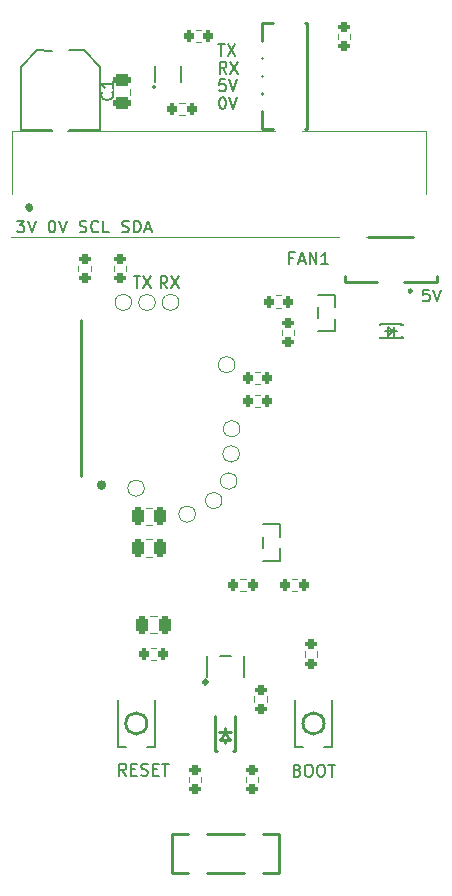
<source format=gbr>
%TF.GenerationSoftware,KiCad,Pcbnew,8.0.8*%
%TF.CreationDate,2025-03-31T21:39:45-04:00*%
%TF.ProjectId,vindriktrning-esp32-s3,76696e64-7269-46b7-9472-6e696e672d65,rev?*%
%TF.SameCoordinates,Original*%
%TF.FileFunction,Legend,Top*%
%TF.FilePolarity,Positive*%
%FSLAX46Y46*%
G04 Gerber Fmt 4.6, Leading zero omitted, Abs format (unit mm)*
G04 Created by KiCad (PCBNEW 8.0.8) date 2025-03-31 21:39:45*
%MOMM*%
%LPD*%
G01*
G04 APERTURE LIST*
G04 Aperture macros list*
%AMRoundRect*
0 Rectangle with rounded corners*
0 $1 Rounding radius*
0 $2 $3 $4 $5 $6 $7 $8 $9 X,Y pos of 4 corners*
0 Add a 4 corners polygon primitive as box body*
4,1,4,$2,$3,$4,$5,$6,$7,$8,$9,$2,$3,0*
0 Add four circle primitives for the rounded corners*
1,1,$1+$1,$2,$3*
1,1,$1+$1,$4,$5*
1,1,$1+$1,$6,$7*
1,1,$1+$1,$8,$9*
0 Add four rect primitives between the rounded corners*
20,1,$1+$1,$2,$3,$4,$5,0*
20,1,$1+$1,$4,$5,$6,$7,0*
20,1,$1+$1,$6,$7,$8,$9,0*
20,1,$1+$1,$8,$9,$2,$3,0*%
G04 Aperture macros list end*
%ADD10C,0.150000*%
%ADD11C,0.120000*%
%ADD12C,0.250000*%
%ADD13C,0.100000*%
%ADD14C,0.600000*%
%ADD15C,0.300000*%
%ADD16C,0.200000*%
%ADD17C,0.400000*%
%ADD18C,1.000000*%
%ADD19R,1.360000X1.230000*%
%ADD20C,1.500000*%
%ADD21RoundRect,0.250000X-0.250000X-0.475000X0.250000X-0.475000X0.250000X0.475000X-0.250000X0.475000X0*%
%ADD22R,3.250000X1.000000*%
%ADD23R,2.300000X1.500000*%
%ADD24RoundRect,0.200000X-0.275000X0.200000X-0.275000X-0.200000X0.275000X-0.200000X0.275000X0.200000X0*%
%ADD25R,0.530000X1.050000*%
%ADD26RoundRect,0.200000X0.275000X-0.200000X0.275000X0.200000X-0.275000X0.200000X-0.275000X-0.200000X0*%
%ADD27RoundRect,0.200000X0.200000X0.275000X-0.200000X0.275000X-0.200000X-0.275000X0.200000X-0.275000X0*%
%ADD28C,2.200000*%
%ADD29R,1.250000X0.700000*%
%ADD30RoundRect,0.200000X-0.200000X-0.275000X0.200000X-0.275000X0.200000X0.275000X-0.200000X0.275000X0*%
%ADD31R,0.420000X0.600000*%
%ADD32R,0.950000X1.200000*%
%ADD33RoundRect,0.250000X-0.475000X0.250000X-0.475000X-0.250000X0.475000X-0.250000X0.475000X0.250000X0*%
%ADD34R,0.520000X1.600000*%
%ADD35R,2.200000X3.100000*%
%ADD36R,0.350000X0.900000*%
%ADD37R,0.300000X0.900000*%
%ADD38C,1.200000*%
%ADD39C,0.650000*%
%ADD40R,0.830000X0.630000*%
%ADD41R,1.200000X3.500000*%
%ADD42R,0.400000X0.800000*%
%ADD43R,0.800000X0.400000*%
%ADD44R,1.450000X1.450000*%
%ADD45R,0.700000X0.700000*%
G04 APERTURE END LIST*
D10*
X84716541Y-96419819D02*
X85335588Y-96419819D01*
X85335588Y-96419819D02*
X85002255Y-96800771D01*
X85002255Y-96800771D02*
X85145112Y-96800771D01*
X85145112Y-96800771D02*
X85240350Y-96848390D01*
X85240350Y-96848390D02*
X85287969Y-96896009D01*
X85287969Y-96896009D02*
X85335588Y-96991247D01*
X85335588Y-96991247D02*
X85335588Y-97229342D01*
X85335588Y-97229342D02*
X85287969Y-97324580D01*
X85287969Y-97324580D02*
X85240350Y-97372200D01*
X85240350Y-97372200D02*
X85145112Y-97419819D01*
X85145112Y-97419819D02*
X84859398Y-97419819D01*
X84859398Y-97419819D02*
X84764160Y-97372200D01*
X84764160Y-97372200D02*
X84716541Y-97324580D01*
X85621303Y-96419819D02*
X85954636Y-97419819D01*
X85954636Y-97419819D02*
X86287969Y-96419819D01*
X93614160Y-97372200D02*
X93757017Y-97419819D01*
X93757017Y-97419819D02*
X93995112Y-97419819D01*
X93995112Y-97419819D02*
X94090350Y-97372200D01*
X94090350Y-97372200D02*
X94137969Y-97324580D01*
X94137969Y-97324580D02*
X94185588Y-97229342D01*
X94185588Y-97229342D02*
X94185588Y-97134104D01*
X94185588Y-97134104D02*
X94137969Y-97038866D01*
X94137969Y-97038866D02*
X94090350Y-96991247D01*
X94090350Y-96991247D02*
X93995112Y-96943628D01*
X93995112Y-96943628D02*
X93804636Y-96896009D01*
X93804636Y-96896009D02*
X93709398Y-96848390D01*
X93709398Y-96848390D02*
X93661779Y-96800771D01*
X93661779Y-96800771D02*
X93614160Y-96705533D01*
X93614160Y-96705533D02*
X93614160Y-96610295D01*
X93614160Y-96610295D02*
X93661779Y-96515057D01*
X93661779Y-96515057D02*
X93709398Y-96467438D01*
X93709398Y-96467438D02*
X93804636Y-96419819D01*
X93804636Y-96419819D02*
X94042731Y-96419819D01*
X94042731Y-96419819D02*
X94185588Y-96467438D01*
X94614160Y-97419819D02*
X94614160Y-96419819D01*
X94614160Y-96419819D02*
X94852255Y-96419819D01*
X94852255Y-96419819D02*
X94995112Y-96467438D01*
X94995112Y-96467438D02*
X95090350Y-96562676D01*
X95090350Y-96562676D02*
X95137969Y-96657914D01*
X95137969Y-96657914D02*
X95185588Y-96848390D01*
X95185588Y-96848390D02*
X95185588Y-96991247D01*
X95185588Y-96991247D02*
X95137969Y-97181723D01*
X95137969Y-97181723D02*
X95090350Y-97276961D01*
X95090350Y-97276961D02*
X94995112Y-97372200D01*
X94995112Y-97372200D02*
X94852255Y-97419819D01*
X94852255Y-97419819D02*
X94614160Y-97419819D01*
X95566541Y-97134104D02*
X96042731Y-97134104D01*
X95471303Y-97419819D02*
X95804636Y-96419819D01*
X95804636Y-96419819D02*
X96137969Y-97419819D01*
X90029238Y-97372200D02*
X90172095Y-97419819D01*
X90172095Y-97419819D02*
X90410190Y-97419819D01*
X90410190Y-97419819D02*
X90505428Y-97372200D01*
X90505428Y-97372200D02*
X90553047Y-97324580D01*
X90553047Y-97324580D02*
X90600666Y-97229342D01*
X90600666Y-97229342D02*
X90600666Y-97134104D01*
X90600666Y-97134104D02*
X90553047Y-97038866D01*
X90553047Y-97038866D02*
X90505428Y-96991247D01*
X90505428Y-96991247D02*
X90410190Y-96943628D01*
X90410190Y-96943628D02*
X90219714Y-96896009D01*
X90219714Y-96896009D02*
X90124476Y-96848390D01*
X90124476Y-96848390D02*
X90076857Y-96800771D01*
X90076857Y-96800771D02*
X90029238Y-96705533D01*
X90029238Y-96705533D02*
X90029238Y-96610295D01*
X90029238Y-96610295D02*
X90076857Y-96515057D01*
X90076857Y-96515057D02*
X90124476Y-96467438D01*
X90124476Y-96467438D02*
X90219714Y-96419819D01*
X90219714Y-96419819D02*
X90457809Y-96419819D01*
X90457809Y-96419819D02*
X90600666Y-96467438D01*
X91600666Y-97324580D02*
X91553047Y-97372200D01*
X91553047Y-97372200D02*
X91410190Y-97419819D01*
X91410190Y-97419819D02*
X91314952Y-97419819D01*
X91314952Y-97419819D02*
X91172095Y-97372200D01*
X91172095Y-97372200D02*
X91076857Y-97276961D01*
X91076857Y-97276961D02*
X91029238Y-97181723D01*
X91029238Y-97181723D02*
X90981619Y-96991247D01*
X90981619Y-96991247D02*
X90981619Y-96848390D01*
X90981619Y-96848390D02*
X91029238Y-96657914D01*
X91029238Y-96657914D02*
X91076857Y-96562676D01*
X91076857Y-96562676D02*
X91172095Y-96467438D01*
X91172095Y-96467438D02*
X91314952Y-96419819D01*
X91314952Y-96419819D02*
X91410190Y-96419819D01*
X91410190Y-96419819D02*
X91553047Y-96467438D01*
X91553047Y-96467438D02*
X91600666Y-96515057D01*
X92505428Y-97419819D02*
X92029238Y-97419819D01*
X92029238Y-97419819D02*
X92029238Y-96419819D01*
X87634794Y-96419819D02*
X87730032Y-96419819D01*
X87730032Y-96419819D02*
X87825270Y-96467438D01*
X87825270Y-96467438D02*
X87872889Y-96515057D01*
X87872889Y-96515057D02*
X87920508Y-96610295D01*
X87920508Y-96610295D02*
X87968127Y-96800771D01*
X87968127Y-96800771D02*
X87968127Y-97038866D01*
X87968127Y-97038866D02*
X87920508Y-97229342D01*
X87920508Y-97229342D02*
X87872889Y-97324580D01*
X87872889Y-97324580D02*
X87825270Y-97372200D01*
X87825270Y-97372200D02*
X87730032Y-97419819D01*
X87730032Y-97419819D02*
X87634794Y-97419819D01*
X87634794Y-97419819D02*
X87539556Y-97372200D01*
X87539556Y-97372200D02*
X87491937Y-97324580D01*
X87491937Y-97324580D02*
X87444318Y-97229342D01*
X87444318Y-97229342D02*
X87396699Y-97038866D01*
X87396699Y-97038866D02*
X87396699Y-96800771D01*
X87396699Y-96800771D02*
X87444318Y-96610295D01*
X87444318Y-96610295D02*
X87491937Y-96515057D01*
X87491937Y-96515057D02*
X87539556Y-96467438D01*
X87539556Y-96467438D02*
X87634794Y-96419819D01*
X88253842Y-96419819D02*
X88587175Y-97419819D01*
X88587175Y-97419819D02*
X88920508Y-96419819D01*
X101743922Y-81469819D02*
X102315350Y-81469819D01*
X102029636Y-82469819D02*
X102029636Y-81469819D01*
X102553446Y-81469819D02*
X103220112Y-82469819D01*
X103220112Y-81469819D02*
X102553446Y-82469819D01*
X102077255Y-85969819D02*
X102172493Y-85969819D01*
X102172493Y-85969819D02*
X102267731Y-86017438D01*
X102267731Y-86017438D02*
X102315350Y-86065057D01*
X102315350Y-86065057D02*
X102362969Y-86160295D01*
X102362969Y-86160295D02*
X102410588Y-86350771D01*
X102410588Y-86350771D02*
X102410588Y-86588866D01*
X102410588Y-86588866D02*
X102362969Y-86779342D01*
X102362969Y-86779342D02*
X102315350Y-86874580D01*
X102315350Y-86874580D02*
X102267731Y-86922200D01*
X102267731Y-86922200D02*
X102172493Y-86969819D01*
X102172493Y-86969819D02*
X102077255Y-86969819D01*
X102077255Y-86969819D02*
X101982017Y-86922200D01*
X101982017Y-86922200D02*
X101934398Y-86874580D01*
X101934398Y-86874580D02*
X101886779Y-86779342D01*
X101886779Y-86779342D02*
X101839160Y-86588866D01*
X101839160Y-86588866D02*
X101839160Y-86350771D01*
X101839160Y-86350771D02*
X101886779Y-86160295D01*
X101886779Y-86160295D02*
X101934398Y-86065057D01*
X101934398Y-86065057D02*
X101982017Y-86017438D01*
X101982017Y-86017438D02*
X102077255Y-85969819D01*
X102696303Y-85969819D02*
X103029636Y-86969819D01*
X103029636Y-86969819D02*
X103362969Y-85969819D01*
X102458207Y-83969819D02*
X102124874Y-83493628D01*
X101886779Y-83969819D02*
X101886779Y-82969819D01*
X101886779Y-82969819D02*
X102267731Y-82969819D01*
X102267731Y-82969819D02*
X102362969Y-83017438D01*
X102362969Y-83017438D02*
X102410588Y-83065057D01*
X102410588Y-83065057D02*
X102458207Y-83160295D01*
X102458207Y-83160295D02*
X102458207Y-83303152D01*
X102458207Y-83303152D02*
X102410588Y-83398390D01*
X102410588Y-83398390D02*
X102362969Y-83446009D01*
X102362969Y-83446009D02*
X102267731Y-83493628D01*
X102267731Y-83493628D02*
X101886779Y-83493628D01*
X102791541Y-82969819D02*
X103458207Y-83969819D01*
X103458207Y-82969819D02*
X102791541Y-83969819D01*
X102362969Y-84469819D02*
X101886779Y-84469819D01*
X101886779Y-84469819D02*
X101839160Y-84946009D01*
X101839160Y-84946009D02*
X101886779Y-84898390D01*
X101886779Y-84898390D02*
X101982017Y-84850771D01*
X101982017Y-84850771D02*
X102220112Y-84850771D01*
X102220112Y-84850771D02*
X102315350Y-84898390D01*
X102315350Y-84898390D02*
X102362969Y-84946009D01*
X102362969Y-84946009D02*
X102410588Y-85041247D01*
X102410588Y-85041247D02*
X102410588Y-85279342D01*
X102410588Y-85279342D02*
X102362969Y-85374580D01*
X102362969Y-85374580D02*
X102315350Y-85422200D01*
X102315350Y-85422200D02*
X102220112Y-85469819D01*
X102220112Y-85469819D02*
X101982017Y-85469819D01*
X101982017Y-85469819D02*
X101886779Y-85422200D01*
X101886779Y-85422200D02*
X101839160Y-85374580D01*
X102696303Y-84469819D02*
X103029636Y-85469819D01*
X103029636Y-85469819D02*
X103362969Y-84469819D01*
X119612969Y-102269819D02*
X119136779Y-102269819D01*
X119136779Y-102269819D02*
X119089160Y-102746009D01*
X119089160Y-102746009D02*
X119136779Y-102698390D01*
X119136779Y-102698390D02*
X119232017Y-102650771D01*
X119232017Y-102650771D02*
X119470112Y-102650771D01*
X119470112Y-102650771D02*
X119565350Y-102698390D01*
X119565350Y-102698390D02*
X119612969Y-102746009D01*
X119612969Y-102746009D02*
X119660588Y-102841247D01*
X119660588Y-102841247D02*
X119660588Y-103079342D01*
X119660588Y-103079342D02*
X119612969Y-103174580D01*
X119612969Y-103174580D02*
X119565350Y-103222200D01*
X119565350Y-103222200D02*
X119470112Y-103269819D01*
X119470112Y-103269819D02*
X119232017Y-103269819D01*
X119232017Y-103269819D02*
X119136779Y-103222200D01*
X119136779Y-103222200D02*
X119089160Y-103174580D01*
X119946303Y-102269819D02*
X120279636Y-103269819D01*
X120279636Y-103269819D02*
X120612969Y-102269819D01*
X108470112Y-142971009D02*
X108612969Y-143018628D01*
X108612969Y-143018628D02*
X108660588Y-143066247D01*
X108660588Y-143066247D02*
X108708207Y-143161485D01*
X108708207Y-143161485D02*
X108708207Y-143304342D01*
X108708207Y-143304342D02*
X108660588Y-143399580D01*
X108660588Y-143399580D02*
X108612969Y-143447200D01*
X108612969Y-143447200D02*
X108517731Y-143494819D01*
X108517731Y-143494819D02*
X108136779Y-143494819D01*
X108136779Y-143494819D02*
X108136779Y-142494819D01*
X108136779Y-142494819D02*
X108470112Y-142494819D01*
X108470112Y-142494819D02*
X108565350Y-142542438D01*
X108565350Y-142542438D02*
X108612969Y-142590057D01*
X108612969Y-142590057D02*
X108660588Y-142685295D01*
X108660588Y-142685295D02*
X108660588Y-142780533D01*
X108660588Y-142780533D02*
X108612969Y-142875771D01*
X108612969Y-142875771D02*
X108565350Y-142923390D01*
X108565350Y-142923390D02*
X108470112Y-142971009D01*
X108470112Y-142971009D02*
X108136779Y-142971009D01*
X109327255Y-142494819D02*
X109517731Y-142494819D01*
X109517731Y-142494819D02*
X109612969Y-142542438D01*
X109612969Y-142542438D02*
X109708207Y-142637676D01*
X109708207Y-142637676D02*
X109755826Y-142828152D01*
X109755826Y-142828152D02*
X109755826Y-143161485D01*
X109755826Y-143161485D02*
X109708207Y-143351961D01*
X109708207Y-143351961D02*
X109612969Y-143447200D01*
X109612969Y-143447200D02*
X109517731Y-143494819D01*
X109517731Y-143494819D02*
X109327255Y-143494819D01*
X109327255Y-143494819D02*
X109232017Y-143447200D01*
X109232017Y-143447200D02*
X109136779Y-143351961D01*
X109136779Y-143351961D02*
X109089160Y-143161485D01*
X109089160Y-143161485D02*
X109089160Y-142828152D01*
X109089160Y-142828152D02*
X109136779Y-142637676D01*
X109136779Y-142637676D02*
X109232017Y-142542438D01*
X109232017Y-142542438D02*
X109327255Y-142494819D01*
X110374874Y-142494819D02*
X110565350Y-142494819D01*
X110565350Y-142494819D02*
X110660588Y-142542438D01*
X110660588Y-142542438D02*
X110755826Y-142637676D01*
X110755826Y-142637676D02*
X110803445Y-142828152D01*
X110803445Y-142828152D02*
X110803445Y-143161485D01*
X110803445Y-143161485D02*
X110755826Y-143351961D01*
X110755826Y-143351961D02*
X110660588Y-143447200D01*
X110660588Y-143447200D02*
X110565350Y-143494819D01*
X110565350Y-143494819D02*
X110374874Y-143494819D01*
X110374874Y-143494819D02*
X110279636Y-143447200D01*
X110279636Y-143447200D02*
X110184398Y-143351961D01*
X110184398Y-143351961D02*
X110136779Y-143161485D01*
X110136779Y-143161485D02*
X110136779Y-142828152D01*
X110136779Y-142828152D02*
X110184398Y-142637676D01*
X110184398Y-142637676D02*
X110279636Y-142542438D01*
X110279636Y-142542438D02*
X110374874Y-142494819D01*
X111089160Y-142494819D02*
X111660588Y-142494819D01*
X111374874Y-143494819D02*
X111374874Y-142494819D01*
X93958207Y-143419819D02*
X93624874Y-142943628D01*
X93386779Y-143419819D02*
X93386779Y-142419819D01*
X93386779Y-142419819D02*
X93767731Y-142419819D01*
X93767731Y-142419819D02*
X93862969Y-142467438D01*
X93862969Y-142467438D02*
X93910588Y-142515057D01*
X93910588Y-142515057D02*
X93958207Y-142610295D01*
X93958207Y-142610295D02*
X93958207Y-142753152D01*
X93958207Y-142753152D02*
X93910588Y-142848390D01*
X93910588Y-142848390D02*
X93862969Y-142896009D01*
X93862969Y-142896009D02*
X93767731Y-142943628D01*
X93767731Y-142943628D02*
X93386779Y-142943628D01*
X94386779Y-142896009D02*
X94720112Y-142896009D01*
X94862969Y-143419819D02*
X94386779Y-143419819D01*
X94386779Y-143419819D02*
X94386779Y-142419819D01*
X94386779Y-142419819D02*
X94862969Y-142419819D01*
X95243922Y-143372200D02*
X95386779Y-143419819D01*
X95386779Y-143419819D02*
X95624874Y-143419819D01*
X95624874Y-143419819D02*
X95720112Y-143372200D01*
X95720112Y-143372200D02*
X95767731Y-143324580D01*
X95767731Y-143324580D02*
X95815350Y-143229342D01*
X95815350Y-143229342D02*
X95815350Y-143134104D01*
X95815350Y-143134104D02*
X95767731Y-143038866D01*
X95767731Y-143038866D02*
X95720112Y-142991247D01*
X95720112Y-142991247D02*
X95624874Y-142943628D01*
X95624874Y-142943628D02*
X95434398Y-142896009D01*
X95434398Y-142896009D02*
X95339160Y-142848390D01*
X95339160Y-142848390D02*
X95291541Y-142800771D01*
X95291541Y-142800771D02*
X95243922Y-142705533D01*
X95243922Y-142705533D02*
X95243922Y-142610295D01*
X95243922Y-142610295D02*
X95291541Y-142515057D01*
X95291541Y-142515057D02*
X95339160Y-142467438D01*
X95339160Y-142467438D02*
X95434398Y-142419819D01*
X95434398Y-142419819D02*
X95672493Y-142419819D01*
X95672493Y-142419819D02*
X95815350Y-142467438D01*
X96243922Y-142896009D02*
X96577255Y-142896009D01*
X96720112Y-143419819D02*
X96243922Y-143419819D01*
X96243922Y-143419819D02*
X96243922Y-142419819D01*
X96243922Y-142419819D02*
X96720112Y-142419819D01*
X97005827Y-142419819D02*
X97577255Y-142419819D01*
X97291541Y-143419819D02*
X97291541Y-142419819D01*
X97458207Y-102144819D02*
X97124874Y-101668628D01*
X96886779Y-102144819D02*
X96886779Y-101144819D01*
X96886779Y-101144819D02*
X97267731Y-101144819D01*
X97267731Y-101144819D02*
X97362969Y-101192438D01*
X97362969Y-101192438D02*
X97410588Y-101240057D01*
X97410588Y-101240057D02*
X97458207Y-101335295D01*
X97458207Y-101335295D02*
X97458207Y-101478152D01*
X97458207Y-101478152D02*
X97410588Y-101573390D01*
X97410588Y-101573390D02*
X97362969Y-101621009D01*
X97362969Y-101621009D02*
X97267731Y-101668628D01*
X97267731Y-101668628D02*
X96886779Y-101668628D01*
X97791541Y-101144819D02*
X98458207Y-102144819D01*
X98458207Y-101144819D02*
X97791541Y-102144819D01*
X94593922Y-101144819D02*
X95165350Y-101144819D01*
X94879636Y-102144819D02*
X94879636Y-101144819D01*
X95403446Y-101144819D02*
X96070112Y-102144819D01*
X96070112Y-101144819D02*
X95403446Y-102144819D01*
X108114285Y-99581009D02*
X107780952Y-99581009D01*
X107780952Y-100104819D02*
X107780952Y-99104819D01*
X107780952Y-99104819D02*
X108257142Y-99104819D01*
X108590476Y-99819104D02*
X109066666Y-99819104D01*
X108495238Y-100104819D02*
X108828571Y-99104819D01*
X108828571Y-99104819D02*
X109161904Y-100104819D01*
X109495238Y-100104819D02*
X109495238Y-99104819D01*
X109495238Y-99104819D02*
X110066666Y-100104819D01*
X110066666Y-100104819D02*
X110066666Y-99104819D01*
X111066666Y-100104819D02*
X110495238Y-100104819D01*
X110780952Y-100104819D02*
X110780952Y-99104819D01*
X110780952Y-99104819D02*
X110685714Y-99247676D01*
X110685714Y-99247676D02*
X110590476Y-99342914D01*
X110590476Y-99342914D02*
X110495238Y-99390533D01*
X92759580Y-85561666D02*
X92807200Y-85609285D01*
X92807200Y-85609285D02*
X92854819Y-85752142D01*
X92854819Y-85752142D02*
X92854819Y-85847380D01*
X92854819Y-85847380D02*
X92807200Y-85990237D01*
X92807200Y-85990237D02*
X92711961Y-86085475D01*
X92711961Y-86085475D02*
X92616723Y-86133094D01*
X92616723Y-86133094D02*
X92426247Y-86180713D01*
X92426247Y-86180713D02*
X92283390Y-86180713D01*
X92283390Y-86180713D02*
X92092914Y-86133094D01*
X92092914Y-86133094D02*
X91997676Y-86085475D01*
X91997676Y-86085475D02*
X91902438Y-85990237D01*
X91902438Y-85990237D02*
X91854819Y-85847380D01*
X91854819Y-85847380D02*
X91854819Y-85752142D01*
X91854819Y-85752142D02*
X91902438Y-85609285D01*
X91902438Y-85609285D02*
X91950057Y-85561666D01*
X92854819Y-84609285D02*
X92854819Y-85180713D01*
X92854819Y-84894999D02*
X91854819Y-84894999D01*
X91854819Y-84894999D02*
X91997676Y-84990237D01*
X91997676Y-84990237D02*
X92092914Y-85085475D01*
X92092914Y-85085475D02*
X92140533Y-85180713D01*
D11*
%TO.C,J11*%
X103175000Y-108625000D02*
G75*
G02*
X101775000Y-108625000I-700000J0D01*
G01*
X101775000Y-108625000D02*
G75*
G02*
X103175000Y-108625000I700000J0D01*
G01*
%TO.C,J10*%
X103600000Y-114050000D02*
G75*
G02*
X102200000Y-114050000I-700000J0D01*
G01*
X102200000Y-114050000D02*
G75*
G02*
X103600000Y-114050000I700000J0D01*
G01*
%TO.C,J9*%
X103550000Y-116175000D02*
G75*
G02*
X102150000Y-116175000I-700000J0D01*
G01*
X102150000Y-116175000D02*
G75*
G02*
X103550000Y-116175000I700000J0D01*
G01*
%TO.C,J8*%
X103350000Y-118475000D02*
G75*
G02*
X101950000Y-118475000I-700000J0D01*
G01*
X101950000Y-118475000D02*
G75*
G02*
X103350000Y-118475000I700000J0D01*
G01*
%TO.C,J7*%
X102075000Y-120125000D02*
G75*
G02*
X100675000Y-120125000I-700000J0D01*
G01*
X100675000Y-120125000D02*
G75*
G02*
X102075000Y-120125000I700000J0D01*
G01*
%TO.C,J6*%
X99825000Y-121275000D02*
G75*
G02*
X98425000Y-121275000I-700000J0D01*
G01*
X98425000Y-121275000D02*
G75*
G02*
X99825000Y-121275000I700000J0D01*
G01*
%TO.C,J5*%
X95500000Y-119075000D02*
G75*
G02*
X94100000Y-119075000I-700000J0D01*
G01*
X94100000Y-119075000D02*
G75*
G02*
X95500000Y-119075000I700000J0D01*
G01*
D10*
%TO.C,SW1*%
X93285000Y-136970000D02*
X93285000Y-141030000D01*
X93285000Y-141030000D02*
X93945000Y-141030000D01*
X96365000Y-136970000D02*
X96365000Y-141030000D01*
X96365000Y-141030000D02*
X95705000Y-141030000D01*
D12*
X95725000Y-139000000D02*
G75*
G02*
X93925000Y-139000000I-900000J0D01*
G01*
X93925000Y-139000000D02*
G75*
G02*
X95725000Y-139000000I900000J0D01*
G01*
D11*
%TO.C,J2*%
X96425000Y-103350000D02*
G75*
G02*
X95025000Y-103350000I-700000J0D01*
G01*
X95025000Y-103350000D02*
G75*
G02*
X96425000Y-103350000I700000J0D01*
G01*
D13*
%TO.C,IC1*%
X84325000Y-88800000D02*
X119325000Y-88800000D01*
X84325000Y-94200000D02*
X84325000Y-88800000D01*
D14*
X85725000Y-95240000D02*
X85725000Y-95240000D01*
X85725000Y-95340000D02*
X85725000Y-95340000D01*
D13*
X119245000Y-97800000D02*
X84245000Y-97800000D01*
X119325000Y-88800000D02*
X119325000Y-94200000D01*
D14*
X85725000Y-95240000D02*
G75*
G02*
X85725000Y-95340000I0J-50000D01*
G01*
X85725000Y-95340000D02*
G75*
G02*
X85725000Y-95240000I0J50000D01*
G01*
D11*
%TO.C,C4*%
X95638748Y-123415000D02*
X96161252Y-123415000D01*
X95638748Y-124885000D02*
X96161252Y-124885000D01*
%TO.C,C3*%
X95638748Y-120715000D02*
X96161252Y-120715000D01*
X95638748Y-122185000D02*
X96161252Y-122185000D01*
D12*
%TO.C,J1*%
X105480000Y-79675000D02*
X105480000Y-81195000D01*
X105480000Y-82655000D02*
X105480000Y-82695000D01*
X105480000Y-84155000D02*
X105480000Y-84195000D01*
X105480000Y-85655000D02*
X105480000Y-85695000D01*
X105480000Y-87155000D02*
X105480000Y-88675000D01*
X106370000Y-79675000D02*
X105480000Y-79675000D01*
X106370000Y-88675000D02*
X105480000Y-88675000D01*
X109250000Y-79675000D02*
X109140000Y-79675000D01*
X109250000Y-79675000D02*
X109250000Y-88675000D01*
X109250000Y-88675000D02*
X109140000Y-88675000D01*
D11*
%TO.C,R2*%
X111902500Y-80587742D02*
X111902500Y-81062258D01*
X112947500Y-80587742D02*
X112947500Y-81062258D01*
D10*
%TO.C,U4*%
X100800000Y-135100000D02*
X100800000Y-133300000D01*
X102810000Y-133300000D02*
X101890000Y-133300000D01*
X103900000Y-135100000D02*
X103900000Y-133300000D01*
D15*
X100830000Y-135500000D02*
G75*
G02*
X100530000Y-135500000I-150000J0D01*
G01*
X100530000Y-135500000D02*
G75*
G02*
X100830000Y-135500000I150000J0D01*
G01*
D11*
%TO.C,R5*%
X104077500Y-143987258D02*
X104077500Y-143512742D01*
X105122500Y-143987258D02*
X105122500Y-143512742D01*
%TO.C,R1*%
X99277500Y-143987258D02*
X99277500Y-143512742D01*
X100322500Y-143987258D02*
X100322500Y-143512742D01*
%TO.C,R11*%
X96512258Y-132577500D02*
X96037742Y-132577500D01*
X96512258Y-133622500D02*
X96037742Y-133622500D01*
%TO.C,R15*%
X108437258Y-126752500D02*
X107962742Y-126752500D01*
X108437258Y-127797500D02*
X107962742Y-127797500D01*
%TO.C,R12*%
X89927500Y-100237742D02*
X89927500Y-100712258D01*
X90972500Y-100237742D02*
X90972500Y-100712258D01*
D10*
%TO.C,Q3*%
X105570000Y-122145000D02*
X107030000Y-122145000D01*
X105570000Y-124135000D02*
X105570000Y-123215000D01*
X105570000Y-125205000D02*
X107030000Y-125205000D01*
X107030000Y-122145000D02*
X107030000Y-123185000D01*
X107030000Y-125205000D02*
X107030000Y-124165000D01*
D11*
%TO.C,R10*%
X105337258Y-111152500D02*
X104862742Y-111152500D01*
X105337258Y-112197500D02*
X104862742Y-112197500D01*
%TO.C,C5*%
X96013748Y-129890000D02*
X96536252Y-129890000D01*
X96013748Y-131360000D02*
X96536252Y-131360000D01*
%TO.C,R9*%
X99862742Y-80277500D02*
X100337258Y-80277500D01*
X99862742Y-81322500D02*
X100337258Y-81322500D01*
D16*
%TO.C,Q2*%
X96425000Y-83300000D02*
X96425000Y-84700000D01*
X98625000Y-83300000D02*
X98625000Y-84700000D01*
X96435000Y-85100000D02*
G75*
G02*
X96435416Y-85089966I-120000J10000D01*
G01*
D11*
%TO.C,R8*%
X98462742Y-86452500D02*
X98937258Y-86452500D01*
X98462742Y-87497500D02*
X98937258Y-87497500D01*
%TO.C,R3*%
X106612742Y-102752500D02*
X107087258Y-102752500D01*
X106612742Y-103797500D02*
X107087258Y-103797500D01*
D12*
%TO.C,U2*%
X101475000Y-138335000D02*
X101475000Y-138335000D01*
X101475000Y-138625000D02*
X101475000Y-138335000D01*
X101475000Y-141325000D02*
X101475000Y-138625000D01*
X101615000Y-141325000D02*
X101475000Y-141325000D01*
X101915000Y-140385000D02*
X102325000Y-139795000D01*
X102325000Y-139695000D02*
X102325000Y-139365000D01*
X102325000Y-139795000D02*
X102735000Y-140385000D01*
X102325000Y-140385000D02*
X102325000Y-140695000D01*
X102735000Y-140385000D02*
X101915000Y-140385000D01*
X102835000Y-139725000D02*
X101815000Y-139725000D01*
X103175000Y-138335000D02*
X103175000Y-138335000D01*
X103175000Y-138625000D02*
X103175000Y-138335000D01*
X103175000Y-138625000D02*
X103175000Y-141325000D01*
X103175000Y-141325000D02*
X103035000Y-141325000D01*
D11*
%TO.C,R7*%
X105337258Y-109227500D02*
X104862742Y-109227500D01*
X105337258Y-110272500D02*
X104862742Y-110272500D01*
%TO.C,R13*%
X92927500Y-100237742D02*
X92927500Y-100712258D01*
X93972500Y-100237742D02*
X93972500Y-100712258D01*
%TO.C,R16*%
X109077500Y-132862742D02*
X109077500Y-133337258D01*
X110122500Y-132862742D02*
X110122500Y-133337258D01*
%TO.C,R4*%
X107127500Y-105662742D02*
X107127500Y-106137258D01*
X108172500Y-105662742D02*
X108172500Y-106137258D01*
%TO.C,R14*%
X103612742Y-126777500D02*
X104087258Y-126777500D01*
X103612742Y-127822500D02*
X104087258Y-127822500D01*
%TO.C,C2*%
X92840000Y-85238748D02*
X92840000Y-85761252D01*
X94310000Y-85238748D02*
X94310000Y-85761252D01*
%TO.C,R6*%
X104827500Y-137187258D02*
X104827500Y-136712742D01*
X105872500Y-137187258D02*
X105872500Y-136712742D01*
D12*
%TO.C,FAN1*%
X112470000Y-101110000D02*
X112470000Y-101650000D01*
X112470000Y-101650000D02*
X115230000Y-101650000D01*
X118260000Y-97850000D02*
X114480000Y-97850000D01*
X120270000Y-101110000D02*
X120270000Y-101650000D01*
X120270000Y-101650000D02*
X117510000Y-101650000D01*
X118150000Y-102380000D02*
G75*
G02*
X117890000Y-102380000I-130000J0D01*
G01*
X117890000Y-102380000D02*
G75*
G02*
X118150000Y-102380000I130000J0D01*
G01*
%TO.C,USB1*%
X106875000Y-151675000D02*
X105585000Y-151675000D01*
X106875000Y-148375000D02*
X106875000Y-151675000D01*
X105585000Y-148375000D02*
X106875000Y-148375000D01*
X103965000Y-151675000D02*
X103825000Y-151675000D01*
X103965000Y-151675000D02*
X100785000Y-151675000D01*
X100785000Y-148375000D02*
X103965000Y-148375000D01*
X99165000Y-151675000D02*
X97875000Y-151675000D01*
X97875000Y-151675000D02*
X97875000Y-148375000D01*
X97875000Y-148375000D02*
X99165000Y-148375000D01*
D10*
%TO.C,Q1*%
X110170000Y-102695000D02*
X111630000Y-102695000D01*
X110170000Y-104685000D02*
X110170000Y-103765000D01*
X110170000Y-105755000D02*
X111630000Y-105755000D01*
X111630000Y-102695000D02*
X111630000Y-103735000D01*
X111630000Y-105755000D02*
X111630000Y-104715000D01*
D11*
%TO.C,J3*%
X98425000Y-103350000D02*
G75*
G02*
X97025000Y-103350000I-700000J0D01*
G01*
X97025000Y-103350000D02*
G75*
G02*
X98425000Y-103350000I700000J0D01*
G01*
D10*
%TO.C,U3*%
X115460000Y-105275000D02*
X115460000Y-105145000D01*
X115460000Y-106405000D02*
X115460000Y-106275000D01*
X115840000Y-105775000D02*
X116860000Y-105775000D01*
X116160000Y-105395000D02*
X116540000Y-105775000D01*
X116160000Y-106155000D02*
X116160000Y-105395000D01*
X116540000Y-105775000D02*
X116160000Y-106155000D01*
X116600000Y-106155000D02*
X116600000Y-105395000D01*
X117120000Y-105145000D02*
X117360000Y-105145000D01*
X117240000Y-105145000D02*
X115460000Y-105145000D01*
X117240000Y-105175000D02*
X117240000Y-105145000D01*
X117240000Y-105175000D02*
X117240000Y-105275000D01*
X117240000Y-106275000D02*
X117240000Y-106405000D01*
X117240000Y-106405000D02*
X115460000Y-106405000D01*
X117240000Y-106405000D02*
X117240000Y-106375000D01*
X117240000Y-106405000D02*
X117370000Y-106405000D01*
X117370000Y-105275000D02*
X117240000Y-105275000D01*
X117370000Y-105275000D02*
X117370000Y-105155000D01*
X117370000Y-106275000D02*
X117240000Y-106275000D01*
X117370000Y-106405000D02*
X117370000Y-106275000D01*
%TO.C,SW2*%
X108285000Y-136970000D02*
X108285000Y-141030000D01*
X108285000Y-141030000D02*
X108945000Y-141030000D01*
X111365000Y-136970000D02*
X111365000Y-141030000D01*
X111365000Y-141030000D02*
X110705000Y-141030000D01*
D12*
X110725000Y-139000000D02*
G75*
G02*
X108925000Y-139000000I-900000J0D01*
G01*
X108925000Y-139000000D02*
G75*
G02*
X110725000Y-139000000I900000J0D01*
G01*
D11*
%TO.C,J4*%
X94425000Y-103350000D02*
G75*
G02*
X93025000Y-103350000I-700000J0D01*
G01*
X93025000Y-103350000D02*
G75*
G02*
X94425000Y-103350000I700000J0D01*
G01*
D10*
%TO.C,C1*%
X85020000Y-83415000D02*
X86420000Y-82015000D01*
X85020000Y-88775000D02*
X85020000Y-83415000D01*
X86420000Y-82015000D02*
X87710000Y-82035000D01*
X87660000Y-88755000D02*
X85020000Y-88775000D01*
X89110000Y-88765000D02*
X91780000Y-88775000D01*
X90380000Y-82015000D02*
X89090000Y-82015000D01*
X91780000Y-83415000D02*
X90380000Y-82015000D01*
X91780000Y-88775000D02*
X91780000Y-83415000D01*
D12*
%TO.C,U6*%
X90105000Y-118060000D02*
X90105000Y-104850000D01*
D17*
X92085000Y-118820000D02*
G75*
G02*
X91685000Y-118820000I-200000J0D01*
G01*
X91685000Y-118820000D02*
G75*
G02*
X92085000Y-118820000I200000J0D01*
G01*
%TD*%
%LPC*%
D18*
%TO.C,J11*%
X102475000Y-108625000D03*
%TD*%
%TO.C,J10*%
X102900000Y-114050000D03*
%TD*%
%TO.C,J9*%
X102850000Y-116175000D03*
%TD*%
%TO.C,J8*%
X102650000Y-118475000D03*
%TD*%
%TO.C,J7*%
X101375000Y-120125000D03*
%TD*%
%TO.C,J6*%
X99125000Y-121275000D03*
%TD*%
%TO.C,J5*%
X94800000Y-119075000D03*
%TD*%
D19*
%TO.C,SW1*%
X94825000Y-141180000D03*
X94825000Y-136820000D03*
%TD*%
D18*
%TO.C,J2*%
X95725000Y-103350000D03*
%TD*%
D20*
%TO.C,IC1*%
X85725000Y-92800000D03*
X88265000Y-92800000D03*
X90805000Y-92800000D03*
X93345000Y-92800000D03*
X95885000Y-92800000D03*
X98425000Y-92800000D03*
X100965000Y-92800000D03*
%TD*%
D21*
%TO.C,C4*%
X94950000Y-124150000D03*
X96850000Y-124150000D03*
%TD*%
%TO.C,C3*%
X94950000Y-121450000D03*
X96850000Y-121450000D03*
%TD*%
D22*
%TO.C,J1*%
X105510000Y-81925000D03*
X105510000Y-83425000D03*
X105510000Y-84925000D03*
X105510000Y-86425000D03*
D23*
X107750000Y-79675000D03*
X107750000Y-88675000D03*
%TD*%
D24*
%TO.C,R2*%
X112425000Y-80000000D03*
X112425000Y-81650000D03*
%TD*%
D25*
%TO.C,U4*%
X101400000Y-135350000D03*
X102350000Y-135350000D03*
X103300000Y-135350000D03*
X103300000Y-133050000D03*
X101400000Y-133050000D03*
%TD*%
D26*
%TO.C,R5*%
X104600000Y-144575000D03*
X104600000Y-142925000D03*
%TD*%
%TO.C,R1*%
X99800000Y-144575000D03*
X99800000Y-142925000D03*
%TD*%
D27*
%TO.C,R11*%
X97100000Y-133100000D03*
X95450000Y-133100000D03*
%TD*%
D28*
%TO.C,H3*%
X94825000Y-145950000D03*
%TD*%
D27*
%TO.C,R15*%
X109025000Y-127275000D03*
X107375000Y-127275000D03*
%TD*%
D24*
%TO.C,R12*%
X90450000Y-99650000D03*
X90450000Y-101300000D03*
%TD*%
D29*
%TO.C,Q3*%
X105300000Y-122725000D03*
X105300000Y-124625000D03*
X107300000Y-123675000D03*
%TD*%
D27*
%TO.C,R10*%
X105925000Y-111675000D03*
X104275000Y-111675000D03*
%TD*%
D28*
%TO.C,H1*%
X95525000Y-79750000D03*
%TD*%
D21*
%TO.C,C5*%
X95325000Y-130625000D03*
X97225000Y-130625000D03*
%TD*%
D30*
%TO.C,R9*%
X99275000Y-80800000D03*
X100925000Y-80800000D03*
%TD*%
D31*
%TO.C,Q2*%
X96875000Y-84950000D03*
X97525000Y-84950000D03*
X98175000Y-84950000D03*
X98175000Y-83050000D03*
X97525000Y-83050000D03*
X96875000Y-83050000D03*
%TD*%
D30*
%TO.C,R8*%
X97875000Y-86975000D03*
X99525000Y-86975000D03*
%TD*%
%TO.C,R3*%
X106025000Y-103275000D03*
X107675000Y-103275000D03*
%TD*%
D32*
%TO.C,U2*%
X102325000Y-138275000D03*
X102325000Y-141675000D03*
%TD*%
D27*
%TO.C,R7*%
X105925000Y-109750000D03*
X104275000Y-109750000D03*
%TD*%
D24*
%TO.C,R13*%
X93450000Y-99650000D03*
X93450000Y-101300000D03*
%TD*%
%TO.C,R16*%
X109600000Y-132275000D03*
X109600000Y-133925000D03*
%TD*%
%TO.C,R4*%
X107650000Y-105075000D03*
X107650000Y-106725000D03*
%TD*%
D30*
%TO.C,R14*%
X103025000Y-127300000D03*
X104675000Y-127300000D03*
%TD*%
D33*
%TO.C,C2*%
X93575000Y-84550000D03*
X93575000Y-86450000D03*
%TD*%
D26*
%TO.C,R6*%
X105350000Y-137775000D03*
X105350000Y-136125000D03*
%TD*%
D34*
%TO.C,FAN1*%
X117000000Y-102200000D03*
X115740000Y-102200000D03*
D35*
X113200000Y-99300000D03*
X119550000Y-99300000D03*
%TD*%
D36*
%TO.C,USB1*%
X99625000Y-150925000D03*
D37*
X101125000Y-150925000D03*
X101625000Y-150925000D03*
X102125000Y-150925000D03*
X102625000Y-150925000D03*
X103125000Y-150925000D03*
X103625000Y-150925000D03*
D36*
X105125000Y-150925000D03*
X105125000Y-149125000D03*
D37*
X103625000Y-149125000D03*
X103125000Y-149125000D03*
X102625000Y-149125000D03*
X102125000Y-149125000D03*
X101625000Y-149125000D03*
X101125000Y-149125000D03*
D36*
X99625000Y-149125000D03*
D38*
X104775000Y-152175000D03*
X104775000Y-147875000D03*
X99975000Y-152175000D03*
X99975000Y-147875000D03*
D39*
X106125000Y-150025000D03*
X98625000Y-150025000D03*
%TD*%
D28*
%TO.C,H2*%
X109825000Y-145950000D03*
%TD*%
D29*
%TO.C,Q1*%
X109900000Y-103275000D03*
X109900000Y-105175000D03*
X111900000Y-104225000D03*
%TD*%
D18*
%TO.C,J3*%
X97725000Y-103350000D03*
%TD*%
D40*
%TO.C,U3*%
X117490000Y-105775000D03*
X115210000Y-105775000D03*
%TD*%
D19*
%TO.C,SW2*%
X109825000Y-141180000D03*
X109825000Y-136820000D03*
%TD*%
D18*
%TO.C,J4*%
X93725000Y-103350000D03*
%TD*%
D41*
%TO.C,C1*%
X88400000Y-82725000D03*
X88400000Y-88065000D03*
%TD*%
D42*
%TO.C,U6*%
X91965000Y-117350000D03*
X92775000Y-117350000D03*
X93575000Y-117350000D03*
X94365000Y-117350000D03*
X95175000Y-117350000D03*
X95965000Y-117350000D03*
X96765000Y-117350000D03*
X97575000Y-117350000D03*
X98365000Y-117350000D03*
X99175000Y-117350000D03*
X99975000Y-117350000D03*
D43*
X100845000Y-116250000D03*
X100845000Y-115450000D03*
X100845000Y-114650000D03*
X100845000Y-113850000D03*
X100845000Y-113050000D03*
X100845000Y-112250000D03*
X100845000Y-111450000D03*
X100845000Y-110650000D03*
X100845000Y-109850000D03*
X100845000Y-109050000D03*
X100845000Y-108250000D03*
X100845000Y-107450000D03*
X100845000Y-106650000D03*
D42*
X99975000Y-105550000D03*
X99175000Y-105550000D03*
X98365000Y-105550000D03*
X97575000Y-105550000D03*
X96765000Y-105550000D03*
X95975000Y-105550000D03*
X95175000Y-105550000D03*
X94365000Y-105550000D03*
X93575000Y-105550000D03*
X92775000Y-105550000D03*
X91965000Y-105550000D03*
D43*
X91045000Y-106650000D03*
X91045000Y-107450000D03*
X91045000Y-108250000D03*
X91045000Y-109050000D03*
X91045000Y-109850000D03*
X91045000Y-110650000D03*
X91045000Y-111450000D03*
X91045000Y-112250000D03*
X91045000Y-113050000D03*
X91045000Y-113850000D03*
X91045000Y-114650000D03*
X91045000Y-115450000D03*
X91045000Y-116250000D03*
D44*
X94095000Y-113230000D03*
X95895000Y-113230000D03*
X97695000Y-113230000D03*
X94095000Y-111430000D03*
X95895000Y-111430000D03*
X97695000Y-111430000D03*
X94095000Y-109630000D03*
X95895000Y-109630000D03*
X97695000Y-109630000D03*
D45*
X90995000Y-105500000D03*
X100895000Y-105500000D03*
X100895000Y-117400000D03*
X90995000Y-117400000D03*
%TD*%
%LPD*%
M02*

</source>
